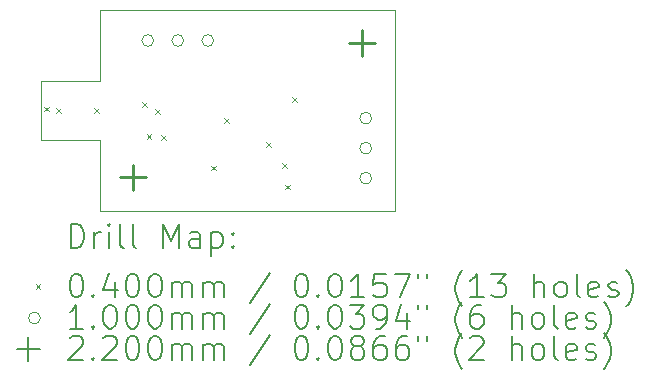
<source format=gbr>
%TF.GenerationSoftware,KiCad,Pcbnew,(6.0.8-1)-1*%
%TF.CreationDate,2022-12-20T12:21:18-06:00*%
%TF.ProjectId,HallEffectSensor,48616c6c-4566-4666-9563-7453656e736f,rev?*%
%TF.SameCoordinates,Original*%
%TF.FileFunction,Drillmap*%
%TF.FilePolarity,Positive*%
%FSLAX45Y45*%
G04 Gerber Fmt 4.5, Leading zero omitted, Abs format (unit mm)*
G04 Created by KiCad (PCBNEW (6.0.8-1)-1) date 2022-12-20 12:21:18*
%MOMM*%
%LPD*%
G01*
G04 APERTURE LIST*
%ADD10C,0.100000*%
%ADD11C,0.200000*%
%ADD12C,0.040000*%
%ADD13C,0.220000*%
G04 APERTURE END LIST*
D10*
X16070000Y-10290000D02*
X13570000Y-10290000D01*
X13570000Y-10290000D02*
X13570000Y-9690000D01*
X13070000Y-9690000D02*
X13070000Y-9190000D01*
X13570000Y-8590000D02*
X16070000Y-8590000D01*
X13070000Y-9190000D02*
X13570000Y-9190000D01*
X13570000Y-9190000D02*
X13570000Y-8590000D01*
X16070000Y-8590000D02*
X16070000Y-10290000D01*
X13570000Y-9690000D02*
X13070000Y-9690000D01*
D11*
D12*
X13100000Y-9410000D02*
X13140000Y-9450000D01*
X13140000Y-9410000D02*
X13100000Y-9450000D01*
X13200000Y-9420000D02*
X13240000Y-9460000D01*
X13240000Y-9420000D02*
X13200000Y-9460000D01*
X13520000Y-9420000D02*
X13560000Y-9460000D01*
X13560000Y-9420000D02*
X13520000Y-9460000D01*
X13930000Y-9370000D02*
X13970000Y-9410000D01*
X13970000Y-9370000D02*
X13930000Y-9410000D01*
X13965000Y-9645000D02*
X14005000Y-9685000D01*
X14005000Y-9645000D02*
X13965000Y-9685000D01*
X14040000Y-9430000D02*
X14080000Y-9470000D01*
X14080000Y-9430000D02*
X14040000Y-9470000D01*
X14090000Y-9650000D02*
X14130000Y-9690000D01*
X14130000Y-9650000D02*
X14090000Y-9690000D01*
X14510000Y-9910000D02*
X14550000Y-9950000D01*
X14550000Y-9910000D02*
X14510000Y-9950000D01*
X14620000Y-9510000D02*
X14660000Y-9550000D01*
X14660000Y-9510000D02*
X14620000Y-9550000D01*
X14980000Y-9710000D02*
X15020000Y-9750000D01*
X15020000Y-9710000D02*
X14980000Y-9750000D01*
X15110000Y-9890000D02*
X15150000Y-9930000D01*
X15150000Y-9890000D02*
X15110000Y-9930000D01*
X15140000Y-10070000D02*
X15180000Y-10110000D01*
X15180000Y-10070000D02*
X15140000Y-10110000D01*
X15200000Y-9330000D02*
X15240000Y-9370000D01*
X15240000Y-9330000D02*
X15200000Y-9370000D01*
D10*
X14024500Y-8850000D02*
G75*
G03*
X14024500Y-8850000I-50000J0D01*
G01*
X14278500Y-8850000D02*
G75*
G03*
X14278500Y-8850000I-50000J0D01*
G01*
X14532500Y-8850000D02*
G75*
G03*
X14532500Y-8850000I-50000J0D01*
G01*
X15870000Y-9507500D02*
G75*
G03*
X15870000Y-9507500I-50000J0D01*
G01*
X15870000Y-9761500D02*
G75*
G03*
X15870000Y-9761500I-50000J0D01*
G01*
X15870000Y-10015500D02*
G75*
G03*
X15870000Y-10015500I-50000J0D01*
G01*
D13*
X13850000Y-9900000D02*
X13850000Y-10120000D01*
X13740000Y-10010000D02*
X13960000Y-10010000D01*
X15790000Y-8760000D02*
X15790000Y-8980000D01*
X15680000Y-8870000D02*
X15900000Y-8870000D01*
D11*
X13322619Y-10605476D02*
X13322619Y-10405476D01*
X13370238Y-10405476D01*
X13398809Y-10415000D01*
X13417857Y-10434048D01*
X13427381Y-10453095D01*
X13436905Y-10491190D01*
X13436905Y-10519762D01*
X13427381Y-10557857D01*
X13417857Y-10576905D01*
X13398809Y-10595952D01*
X13370238Y-10605476D01*
X13322619Y-10605476D01*
X13522619Y-10605476D02*
X13522619Y-10472143D01*
X13522619Y-10510238D02*
X13532143Y-10491190D01*
X13541667Y-10481667D01*
X13560714Y-10472143D01*
X13579762Y-10472143D01*
X13646428Y-10605476D02*
X13646428Y-10472143D01*
X13646428Y-10405476D02*
X13636905Y-10415000D01*
X13646428Y-10424524D01*
X13655952Y-10415000D01*
X13646428Y-10405476D01*
X13646428Y-10424524D01*
X13770238Y-10605476D02*
X13751190Y-10595952D01*
X13741667Y-10576905D01*
X13741667Y-10405476D01*
X13875000Y-10605476D02*
X13855952Y-10595952D01*
X13846428Y-10576905D01*
X13846428Y-10405476D01*
X14103571Y-10605476D02*
X14103571Y-10405476D01*
X14170238Y-10548333D01*
X14236905Y-10405476D01*
X14236905Y-10605476D01*
X14417857Y-10605476D02*
X14417857Y-10500714D01*
X14408333Y-10481667D01*
X14389286Y-10472143D01*
X14351190Y-10472143D01*
X14332143Y-10481667D01*
X14417857Y-10595952D02*
X14398809Y-10605476D01*
X14351190Y-10605476D01*
X14332143Y-10595952D01*
X14322619Y-10576905D01*
X14322619Y-10557857D01*
X14332143Y-10538810D01*
X14351190Y-10529286D01*
X14398809Y-10529286D01*
X14417857Y-10519762D01*
X14513095Y-10472143D02*
X14513095Y-10672143D01*
X14513095Y-10481667D02*
X14532143Y-10472143D01*
X14570238Y-10472143D01*
X14589286Y-10481667D01*
X14598809Y-10491190D01*
X14608333Y-10510238D01*
X14608333Y-10567381D01*
X14598809Y-10586429D01*
X14589286Y-10595952D01*
X14570238Y-10605476D01*
X14532143Y-10605476D01*
X14513095Y-10595952D01*
X14694048Y-10586429D02*
X14703571Y-10595952D01*
X14694048Y-10605476D01*
X14684524Y-10595952D01*
X14694048Y-10586429D01*
X14694048Y-10605476D01*
X14694048Y-10481667D02*
X14703571Y-10491190D01*
X14694048Y-10500714D01*
X14684524Y-10491190D01*
X14694048Y-10481667D01*
X14694048Y-10500714D01*
D12*
X13025000Y-10915000D02*
X13065000Y-10955000D01*
X13065000Y-10915000D02*
X13025000Y-10955000D01*
D11*
X13360714Y-10825476D02*
X13379762Y-10825476D01*
X13398809Y-10835000D01*
X13408333Y-10844524D01*
X13417857Y-10863571D01*
X13427381Y-10901667D01*
X13427381Y-10949286D01*
X13417857Y-10987381D01*
X13408333Y-11006429D01*
X13398809Y-11015952D01*
X13379762Y-11025476D01*
X13360714Y-11025476D01*
X13341667Y-11015952D01*
X13332143Y-11006429D01*
X13322619Y-10987381D01*
X13313095Y-10949286D01*
X13313095Y-10901667D01*
X13322619Y-10863571D01*
X13332143Y-10844524D01*
X13341667Y-10835000D01*
X13360714Y-10825476D01*
X13513095Y-11006429D02*
X13522619Y-11015952D01*
X13513095Y-11025476D01*
X13503571Y-11015952D01*
X13513095Y-11006429D01*
X13513095Y-11025476D01*
X13694048Y-10892143D02*
X13694048Y-11025476D01*
X13646428Y-10815952D02*
X13598809Y-10958810D01*
X13722619Y-10958810D01*
X13836905Y-10825476D02*
X13855952Y-10825476D01*
X13875000Y-10835000D01*
X13884524Y-10844524D01*
X13894048Y-10863571D01*
X13903571Y-10901667D01*
X13903571Y-10949286D01*
X13894048Y-10987381D01*
X13884524Y-11006429D01*
X13875000Y-11015952D01*
X13855952Y-11025476D01*
X13836905Y-11025476D01*
X13817857Y-11015952D01*
X13808333Y-11006429D01*
X13798809Y-10987381D01*
X13789286Y-10949286D01*
X13789286Y-10901667D01*
X13798809Y-10863571D01*
X13808333Y-10844524D01*
X13817857Y-10835000D01*
X13836905Y-10825476D01*
X14027381Y-10825476D02*
X14046428Y-10825476D01*
X14065476Y-10835000D01*
X14075000Y-10844524D01*
X14084524Y-10863571D01*
X14094048Y-10901667D01*
X14094048Y-10949286D01*
X14084524Y-10987381D01*
X14075000Y-11006429D01*
X14065476Y-11015952D01*
X14046428Y-11025476D01*
X14027381Y-11025476D01*
X14008333Y-11015952D01*
X13998809Y-11006429D01*
X13989286Y-10987381D01*
X13979762Y-10949286D01*
X13979762Y-10901667D01*
X13989286Y-10863571D01*
X13998809Y-10844524D01*
X14008333Y-10835000D01*
X14027381Y-10825476D01*
X14179762Y-11025476D02*
X14179762Y-10892143D01*
X14179762Y-10911190D02*
X14189286Y-10901667D01*
X14208333Y-10892143D01*
X14236905Y-10892143D01*
X14255952Y-10901667D01*
X14265476Y-10920714D01*
X14265476Y-11025476D01*
X14265476Y-10920714D02*
X14275000Y-10901667D01*
X14294048Y-10892143D01*
X14322619Y-10892143D01*
X14341667Y-10901667D01*
X14351190Y-10920714D01*
X14351190Y-11025476D01*
X14446428Y-11025476D02*
X14446428Y-10892143D01*
X14446428Y-10911190D02*
X14455952Y-10901667D01*
X14475000Y-10892143D01*
X14503571Y-10892143D01*
X14522619Y-10901667D01*
X14532143Y-10920714D01*
X14532143Y-11025476D01*
X14532143Y-10920714D02*
X14541667Y-10901667D01*
X14560714Y-10892143D01*
X14589286Y-10892143D01*
X14608333Y-10901667D01*
X14617857Y-10920714D01*
X14617857Y-11025476D01*
X15008333Y-10815952D02*
X14836905Y-11073095D01*
X15265476Y-10825476D02*
X15284524Y-10825476D01*
X15303571Y-10835000D01*
X15313095Y-10844524D01*
X15322619Y-10863571D01*
X15332143Y-10901667D01*
X15332143Y-10949286D01*
X15322619Y-10987381D01*
X15313095Y-11006429D01*
X15303571Y-11015952D01*
X15284524Y-11025476D01*
X15265476Y-11025476D01*
X15246428Y-11015952D01*
X15236905Y-11006429D01*
X15227381Y-10987381D01*
X15217857Y-10949286D01*
X15217857Y-10901667D01*
X15227381Y-10863571D01*
X15236905Y-10844524D01*
X15246428Y-10835000D01*
X15265476Y-10825476D01*
X15417857Y-11006429D02*
X15427381Y-11015952D01*
X15417857Y-11025476D01*
X15408333Y-11015952D01*
X15417857Y-11006429D01*
X15417857Y-11025476D01*
X15551190Y-10825476D02*
X15570238Y-10825476D01*
X15589286Y-10835000D01*
X15598809Y-10844524D01*
X15608333Y-10863571D01*
X15617857Y-10901667D01*
X15617857Y-10949286D01*
X15608333Y-10987381D01*
X15598809Y-11006429D01*
X15589286Y-11015952D01*
X15570238Y-11025476D01*
X15551190Y-11025476D01*
X15532143Y-11015952D01*
X15522619Y-11006429D01*
X15513095Y-10987381D01*
X15503571Y-10949286D01*
X15503571Y-10901667D01*
X15513095Y-10863571D01*
X15522619Y-10844524D01*
X15532143Y-10835000D01*
X15551190Y-10825476D01*
X15808333Y-11025476D02*
X15694048Y-11025476D01*
X15751190Y-11025476D02*
X15751190Y-10825476D01*
X15732143Y-10854048D01*
X15713095Y-10873095D01*
X15694048Y-10882619D01*
X15989286Y-10825476D02*
X15894048Y-10825476D01*
X15884524Y-10920714D01*
X15894048Y-10911190D01*
X15913095Y-10901667D01*
X15960714Y-10901667D01*
X15979762Y-10911190D01*
X15989286Y-10920714D01*
X15998809Y-10939762D01*
X15998809Y-10987381D01*
X15989286Y-11006429D01*
X15979762Y-11015952D01*
X15960714Y-11025476D01*
X15913095Y-11025476D01*
X15894048Y-11015952D01*
X15884524Y-11006429D01*
X16065476Y-10825476D02*
X16198809Y-10825476D01*
X16113095Y-11025476D01*
X16265476Y-10825476D02*
X16265476Y-10863571D01*
X16341667Y-10825476D02*
X16341667Y-10863571D01*
X16636905Y-11101667D02*
X16627381Y-11092143D01*
X16608333Y-11063571D01*
X16598809Y-11044524D01*
X16589286Y-11015952D01*
X16579762Y-10968333D01*
X16579762Y-10930238D01*
X16589286Y-10882619D01*
X16598809Y-10854048D01*
X16608333Y-10835000D01*
X16627381Y-10806429D01*
X16636905Y-10796905D01*
X16817857Y-11025476D02*
X16703571Y-11025476D01*
X16760714Y-11025476D02*
X16760714Y-10825476D01*
X16741667Y-10854048D01*
X16722619Y-10873095D01*
X16703571Y-10882619D01*
X16884524Y-10825476D02*
X17008333Y-10825476D01*
X16941667Y-10901667D01*
X16970238Y-10901667D01*
X16989286Y-10911190D01*
X16998810Y-10920714D01*
X17008333Y-10939762D01*
X17008333Y-10987381D01*
X16998810Y-11006429D01*
X16989286Y-11015952D01*
X16970238Y-11025476D01*
X16913095Y-11025476D01*
X16894048Y-11015952D01*
X16884524Y-11006429D01*
X17246429Y-11025476D02*
X17246429Y-10825476D01*
X17332143Y-11025476D02*
X17332143Y-10920714D01*
X17322619Y-10901667D01*
X17303571Y-10892143D01*
X17275000Y-10892143D01*
X17255952Y-10901667D01*
X17246429Y-10911190D01*
X17455952Y-11025476D02*
X17436905Y-11015952D01*
X17427381Y-11006429D01*
X17417857Y-10987381D01*
X17417857Y-10930238D01*
X17427381Y-10911190D01*
X17436905Y-10901667D01*
X17455952Y-10892143D01*
X17484524Y-10892143D01*
X17503571Y-10901667D01*
X17513095Y-10911190D01*
X17522619Y-10930238D01*
X17522619Y-10987381D01*
X17513095Y-11006429D01*
X17503571Y-11015952D01*
X17484524Y-11025476D01*
X17455952Y-11025476D01*
X17636905Y-11025476D02*
X17617857Y-11015952D01*
X17608333Y-10996905D01*
X17608333Y-10825476D01*
X17789286Y-11015952D02*
X17770238Y-11025476D01*
X17732143Y-11025476D01*
X17713095Y-11015952D01*
X17703571Y-10996905D01*
X17703571Y-10920714D01*
X17713095Y-10901667D01*
X17732143Y-10892143D01*
X17770238Y-10892143D01*
X17789286Y-10901667D01*
X17798810Y-10920714D01*
X17798810Y-10939762D01*
X17703571Y-10958810D01*
X17875000Y-11015952D02*
X17894048Y-11025476D01*
X17932143Y-11025476D01*
X17951190Y-11015952D01*
X17960714Y-10996905D01*
X17960714Y-10987381D01*
X17951190Y-10968333D01*
X17932143Y-10958810D01*
X17903571Y-10958810D01*
X17884524Y-10949286D01*
X17875000Y-10930238D01*
X17875000Y-10920714D01*
X17884524Y-10901667D01*
X17903571Y-10892143D01*
X17932143Y-10892143D01*
X17951190Y-10901667D01*
X18027381Y-11101667D02*
X18036905Y-11092143D01*
X18055952Y-11063571D01*
X18065476Y-11044524D01*
X18075000Y-11015952D01*
X18084524Y-10968333D01*
X18084524Y-10930238D01*
X18075000Y-10882619D01*
X18065476Y-10854048D01*
X18055952Y-10835000D01*
X18036905Y-10806429D01*
X18027381Y-10796905D01*
D10*
X13065000Y-11199000D02*
G75*
G03*
X13065000Y-11199000I-50000J0D01*
G01*
D11*
X13427381Y-11289476D02*
X13313095Y-11289476D01*
X13370238Y-11289476D02*
X13370238Y-11089476D01*
X13351190Y-11118048D01*
X13332143Y-11137095D01*
X13313095Y-11146619D01*
X13513095Y-11270428D02*
X13522619Y-11279952D01*
X13513095Y-11289476D01*
X13503571Y-11279952D01*
X13513095Y-11270428D01*
X13513095Y-11289476D01*
X13646428Y-11089476D02*
X13665476Y-11089476D01*
X13684524Y-11099000D01*
X13694048Y-11108524D01*
X13703571Y-11127571D01*
X13713095Y-11165667D01*
X13713095Y-11213286D01*
X13703571Y-11251381D01*
X13694048Y-11270428D01*
X13684524Y-11279952D01*
X13665476Y-11289476D01*
X13646428Y-11289476D01*
X13627381Y-11279952D01*
X13617857Y-11270428D01*
X13608333Y-11251381D01*
X13598809Y-11213286D01*
X13598809Y-11165667D01*
X13608333Y-11127571D01*
X13617857Y-11108524D01*
X13627381Y-11099000D01*
X13646428Y-11089476D01*
X13836905Y-11089476D02*
X13855952Y-11089476D01*
X13875000Y-11099000D01*
X13884524Y-11108524D01*
X13894048Y-11127571D01*
X13903571Y-11165667D01*
X13903571Y-11213286D01*
X13894048Y-11251381D01*
X13884524Y-11270428D01*
X13875000Y-11279952D01*
X13855952Y-11289476D01*
X13836905Y-11289476D01*
X13817857Y-11279952D01*
X13808333Y-11270428D01*
X13798809Y-11251381D01*
X13789286Y-11213286D01*
X13789286Y-11165667D01*
X13798809Y-11127571D01*
X13808333Y-11108524D01*
X13817857Y-11099000D01*
X13836905Y-11089476D01*
X14027381Y-11089476D02*
X14046428Y-11089476D01*
X14065476Y-11099000D01*
X14075000Y-11108524D01*
X14084524Y-11127571D01*
X14094048Y-11165667D01*
X14094048Y-11213286D01*
X14084524Y-11251381D01*
X14075000Y-11270428D01*
X14065476Y-11279952D01*
X14046428Y-11289476D01*
X14027381Y-11289476D01*
X14008333Y-11279952D01*
X13998809Y-11270428D01*
X13989286Y-11251381D01*
X13979762Y-11213286D01*
X13979762Y-11165667D01*
X13989286Y-11127571D01*
X13998809Y-11108524D01*
X14008333Y-11099000D01*
X14027381Y-11089476D01*
X14179762Y-11289476D02*
X14179762Y-11156143D01*
X14179762Y-11175190D02*
X14189286Y-11165667D01*
X14208333Y-11156143D01*
X14236905Y-11156143D01*
X14255952Y-11165667D01*
X14265476Y-11184714D01*
X14265476Y-11289476D01*
X14265476Y-11184714D02*
X14275000Y-11165667D01*
X14294048Y-11156143D01*
X14322619Y-11156143D01*
X14341667Y-11165667D01*
X14351190Y-11184714D01*
X14351190Y-11289476D01*
X14446428Y-11289476D02*
X14446428Y-11156143D01*
X14446428Y-11175190D02*
X14455952Y-11165667D01*
X14475000Y-11156143D01*
X14503571Y-11156143D01*
X14522619Y-11165667D01*
X14532143Y-11184714D01*
X14532143Y-11289476D01*
X14532143Y-11184714D02*
X14541667Y-11165667D01*
X14560714Y-11156143D01*
X14589286Y-11156143D01*
X14608333Y-11165667D01*
X14617857Y-11184714D01*
X14617857Y-11289476D01*
X15008333Y-11079952D02*
X14836905Y-11337095D01*
X15265476Y-11089476D02*
X15284524Y-11089476D01*
X15303571Y-11099000D01*
X15313095Y-11108524D01*
X15322619Y-11127571D01*
X15332143Y-11165667D01*
X15332143Y-11213286D01*
X15322619Y-11251381D01*
X15313095Y-11270428D01*
X15303571Y-11279952D01*
X15284524Y-11289476D01*
X15265476Y-11289476D01*
X15246428Y-11279952D01*
X15236905Y-11270428D01*
X15227381Y-11251381D01*
X15217857Y-11213286D01*
X15217857Y-11165667D01*
X15227381Y-11127571D01*
X15236905Y-11108524D01*
X15246428Y-11099000D01*
X15265476Y-11089476D01*
X15417857Y-11270428D02*
X15427381Y-11279952D01*
X15417857Y-11289476D01*
X15408333Y-11279952D01*
X15417857Y-11270428D01*
X15417857Y-11289476D01*
X15551190Y-11089476D02*
X15570238Y-11089476D01*
X15589286Y-11099000D01*
X15598809Y-11108524D01*
X15608333Y-11127571D01*
X15617857Y-11165667D01*
X15617857Y-11213286D01*
X15608333Y-11251381D01*
X15598809Y-11270428D01*
X15589286Y-11279952D01*
X15570238Y-11289476D01*
X15551190Y-11289476D01*
X15532143Y-11279952D01*
X15522619Y-11270428D01*
X15513095Y-11251381D01*
X15503571Y-11213286D01*
X15503571Y-11165667D01*
X15513095Y-11127571D01*
X15522619Y-11108524D01*
X15532143Y-11099000D01*
X15551190Y-11089476D01*
X15684524Y-11089476D02*
X15808333Y-11089476D01*
X15741667Y-11165667D01*
X15770238Y-11165667D01*
X15789286Y-11175190D01*
X15798809Y-11184714D01*
X15808333Y-11203762D01*
X15808333Y-11251381D01*
X15798809Y-11270428D01*
X15789286Y-11279952D01*
X15770238Y-11289476D01*
X15713095Y-11289476D01*
X15694048Y-11279952D01*
X15684524Y-11270428D01*
X15903571Y-11289476D02*
X15941667Y-11289476D01*
X15960714Y-11279952D01*
X15970238Y-11270428D01*
X15989286Y-11241857D01*
X15998809Y-11203762D01*
X15998809Y-11127571D01*
X15989286Y-11108524D01*
X15979762Y-11099000D01*
X15960714Y-11089476D01*
X15922619Y-11089476D01*
X15903571Y-11099000D01*
X15894048Y-11108524D01*
X15884524Y-11127571D01*
X15884524Y-11175190D01*
X15894048Y-11194238D01*
X15903571Y-11203762D01*
X15922619Y-11213286D01*
X15960714Y-11213286D01*
X15979762Y-11203762D01*
X15989286Y-11194238D01*
X15998809Y-11175190D01*
X16170238Y-11156143D02*
X16170238Y-11289476D01*
X16122619Y-11079952D02*
X16075000Y-11222809D01*
X16198809Y-11222809D01*
X16265476Y-11089476D02*
X16265476Y-11127571D01*
X16341667Y-11089476D02*
X16341667Y-11127571D01*
X16636905Y-11365667D02*
X16627381Y-11356143D01*
X16608333Y-11327571D01*
X16598809Y-11308524D01*
X16589286Y-11279952D01*
X16579762Y-11232333D01*
X16579762Y-11194238D01*
X16589286Y-11146619D01*
X16598809Y-11118048D01*
X16608333Y-11099000D01*
X16627381Y-11070429D01*
X16636905Y-11060905D01*
X16798810Y-11089476D02*
X16760714Y-11089476D01*
X16741667Y-11099000D01*
X16732143Y-11108524D01*
X16713095Y-11137095D01*
X16703571Y-11175190D01*
X16703571Y-11251381D01*
X16713095Y-11270428D01*
X16722619Y-11279952D01*
X16741667Y-11289476D01*
X16779762Y-11289476D01*
X16798810Y-11279952D01*
X16808333Y-11270428D01*
X16817857Y-11251381D01*
X16817857Y-11203762D01*
X16808333Y-11184714D01*
X16798810Y-11175190D01*
X16779762Y-11165667D01*
X16741667Y-11165667D01*
X16722619Y-11175190D01*
X16713095Y-11184714D01*
X16703571Y-11203762D01*
X17055952Y-11289476D02*
X17055952Y-11089476D01*
X17141667Y-11289476D02*
X17141667Y-11184714D01*
X17132143Y-11165667D01*
X17113095Y-11156143D01*
X17084524Y-11156143D01*
X17065476Y-11165667D01*
X17055952Y-11175190D01*
X17265476Y-11289476D02*
X17246429Y-11279952D01*
X17236905Y-11270428D01*
X17227381Y-11251381D01*
X17227381Y-11194238D01*
X17236905Y-11175190D01*
X17246429Y-11165667D01*
X17265476Y-11156143D01*
X17294048Y-11156143D01*
X17313095Y-11165667D01*
X17322619Y-11175190D01*
X17332143Y-11194238D01*
X17332143Y-11251381D01*
X17322619Y-11270428D01*
X17313095Y-11279952D01*
X17294048Y-11289476D01*
X17265476Y-11289476D01*
X17446429Y-11289476D02*
X17427381Y-11279952D01*
X17417857Y-11260905D01*
X17417857Y-11089476D01*
X17598810Y-11279952D02*
X17579762Y-11289476D01*
X17541667Y-11289476D01*
X17522619Y-11279952D01*
X17513095Y-11260905D01*
X17513095Y-11184714D01*
X17522619Y-11165667D01*
X17541667Y-11156143D01*
X17579762Y-11156143D01*
X17598810Y-11165667D01*
X17608333Y-11184714D01*
X17608333Y-11203762D01*
X17513095Y-11222809D01*
X17684524Y-11279952D02*
X17703571Y-11289476D01*
X17741667Y-11289476D01*
X17760714Y-11279952D01*
X17770238Y-11260905D01*
X17770238Y-11251381D01*
X17760714Y-11232333D01*
X17741667Y-11222809D01*
X17713095Y-11222809D01*
X17694048Y-11213286D01*
X17684524Y-11194238D01*
X17684524Y-11184714D01*
X17694048Y-11165667D01*
X17713095Y-11156143D01*
X17741667Y-11156143D01*
X17760714Y-11165667D01*
X17836905Y-11365667D02*
X17846429Y-11356143D01*
X17865476Y-11327571D01*
X17875000Y-11308524D01*
X17884524Y-11279952D01*
X17894048Y-11232333D01*
X17894048Y-11194238D01*
X17884524Y-11146619D01*
X17875000Y-11118048D01*
X17865476Y-11099000D01*
X17846429Y-11070429D01*
X17836905Y-11060905D01*
X12965000Y-11363000D02*
X12965000Y-11563000D01*
X12865000Y-11463000D02*
X13065000Y-11463000D01*
X13313095Y-11372524D02*
X13322619Y-11363000D01*
X13341667Y-11353476D01*
X13389286Y-11353476D01*
X13408333Y-11363000D01*
X13417857Y-11372524D01*
X13427381Y-11391571D01*
X13427381Y-11410619D01*
X13417857Y-11439190D01*
X13303571Y-11553476D01*
X13427381Y-11553476D01*
X13513095Y-11534428D02*
X13522619Y-11543952D01*
X13513095Y-11553476D01*
X13503571Y-11543952D01*
X13513095Y-11534428D01*
X13513095Y-11553476D01*
X13598809Y-11372524D02*
X13608333Y-11363000D01*
X13627381Y-11353476D01*
X13675000Y-11353476D01*
X13694048Y-11363000D01*
X13703571Y-11372524D01*
X13713095Y-11391571D01*
X13713095Y-11410619D01*
X13703571Y-11439190D01*
X13589286Y-11553476D01*
X13713095Y-11553476D01*
X13836905Y-11353476D02*
X13855952Y-11353476D01*
X13875000Y-11363000D01*
X13884524Y-11372524D01*
X13894048Y-11391571D01*
X13903571Y-11429667D01*
X13903571Y-11477286D01*
X13894048Y-11515381D01*
X13884524Y-11534428D01*
X13875000Y-11543952D01*
X13855952Y-11553476D01*
X13836905Y-11553476D01*
X13817857Y-11543952D01*
X13808333Y-11534428D01*
X13798809Y-11515381D01*
X13789286Y-11477286D01*
X13789286Y-11429667D01*
X13798809Y-11391571D01*
X13808333Y-11372524D01*
X13817857Y-11363000D01*
X13836905Y-11353476D01*
X14027381Y-11353476D02*
X14046428Y-11353476D01*
X14065476Y-11363000D01*
X14075000Y-11372524D01*
X14084524Y-11391571D01*
X14094048Y-11429667D01*
X14094048Y-11477286D01*
X14084524Y-11515381D01*
X14075000Y-11534428D01*
X14065476Y-11543952D01*
X14046428Y-11553476D01*
X14027381Y-11553476D01*
X14008333Y-11543952D01*
X13998809Y-11534428D01*
X13989286Y-11515381D01*
X13979762Y-11477286D01*
X13979762Y-11429667D01*
X13989286Y-11391571D01*
X13998809Y-11372524D01*
X14008333Y-11363000D01*
X14027381Y-11353476D01*
X14179762Y-11553476D02*
X14179762Y-11420143D01*
X14179762Y-11439190D02*
X14189286Y-11429667D01*
X14208333Y-11420143D01*
X14236905Y-11420143D01*
X14255952Y-11429667D01*
X14265476Y-11448714D01*
X14265476Y-11553476D01*
X14265476Y-11448714D02*
X14275000Y-11429667D01*
X14294048Y-11420143D01*
X14322619Y-11420143D01*
X14341667Y-11429667D01*
X14351190Y-11448714D01*
X14351190Y-11553476D01*
X14446428Y-11553476D02*
X14446428Y-11420143D01*
X14446428Y-11439190D02*
X14455952Y-11429667D01*
X14475000Y-11420143D01*
X14503571Y-11420143D01*
X14522619Y-11429667D01*
X14532143Y-11448714D01*
X14532143Y-11553476D01*
X14532143Y-11448714D02*
X14541667Y-11429667D01*
X14560714Y-11420143D01*
X14589286Y-11420143D01*
X14608333Y-11429667D01*
X14617857Y-11448714D01*
X14617857Y-11553476D01*
X15008333Y-11343952D02*
X14836905Y-11601095D01*
X15265476Y-11353476D02*
X15284524Y-11353476D01*
X15303571Y-11363000D01*
X15313095Y-11372524D01*
X15322619Y-11391571D01*
X15332143Y-11429667D01*
X15332143Y-11477286D01*
X15322619Y-11515381D01*
X15313095Y-11534428D01*
X15303571Y-11543952D01*
X15284524Y-11553476D01*
X15265476Y-11553476D01*
X15246428Y-11543952D01*
X15236905Y-11534428D01*
X15227381Y-11515381D01*
X15217857Y-11477286D01*
X15217857Y-11429667D01*
X15227381Y-11391571D01*
X15236905Y-11372524D01*
X15246428Y-11363000D01*
X15265476Y-11353476D01*
X15417857Y-11534428D02*
X15427381Y-11543952D01*
X15417857Y-11553476D01*
X15408333Y-11543952D01*
X15417857Y-11534428D01*
X15417857Y-11553476D01*
X15551190Y-11353476D02*
X15570238Y-11353476D01*
X15589286Y-11363000D01*
X15598809Y-11372524D01*
X15608333Y-11391571D01*
X15617857Y-11429667D01*
X15617857Y-11477286D01*
X15608333Y-11515381D01*
X15598809Y-11534428D01*
X15589286Y-11543952D01*
X15570238Y-11553476D01*
X15551190Y-11553476D01*
X15532143Y-11543952D01*
X15522619Y-11534428D01*
X15513095Y-11515381D01*
X15503571Y-11477286D01*
X15503571Y-11429667D01*
X15513095Y-11391571D01*
X15522619Y-11372524D01*
X15532143Y-11363000D01*
X15551190Y-11353476D01*
X15732143Y-11439190D02*
X15713095Y-11429667D01*
X15703571Y-11420143D01*
X15694048Y-11401095D01*
X15694048Y-11391571D01*
X15703571Y-11372524D01*
X15713095Y-11363000D01*
X15732143Y-11353476D01*
X15770238Y-11353476D01*
X15789286Y-11363000D01*
X15798809Y-11372524D01*
X15808333Y-11391571D01*
X15808333Y-11401095D01*
X15798809Y-11420143D01*
X15789286Y-11429667D01*
X15770238Y-11439190D01*
X15732143Y-11439190D01*
X15713095Y-11448714D01*
X15703571Y-11458238D01*
X15694048Y-11477286D01*
X15694048Y-11515381D01*
X15703571Y-11534428D01*
X15713095Y-11543952D01*
X15732143Y-11553476D01*
X15770238Y-11553476D01*
X15789286Y-11543952D01*
X15798809Y-11534428D01*
X15808333Y-11515381D01*
X15808333Y-11477286D01*
X15798809Y-11458238D01*
X15789286Y-11448714D01*
X15770238Y-11439190D01*
X15979762Y-11353476D02*
X15941667Y-11353476D01*
X15922619Y-11363000D01*
X15913095Y-11372524D01*
X15894048Y-11401095D01*
X15884524Y-11439190D01*
X15884524Y-11515381D01*
X15894048Y-11534428D01*
X15903571Y-11543952D01*
X15922619Y-11553476D01*
X15960714Y-11553476D01*
X15979762Y-11543952D01*
X15989286Y-11534428D01*
X15998809Y-11515381D01*
X15998809Y-11467762D01*
X15989286Y-11448714D01*
X15979762Y-11439190D01*
X15960714Y-11429667D01*
X15922619Y-11429667D01*
X15903571Y-11439190D01*
X15894048Y-11448714D01*
X15884524Y-11467762D01*
X16170238Y-11353476D02*
X16132143Y-11353476D01*
X16113095Y-11363000D01*
X16103571Y-11372524D01*
X16084524Y-11401095D01*
X16075000Y-11439190D01*
X16075000Y-11515381D01*
X16084524Y-11534428D01*
X16094048Y-11543952D01*
X16113095Y-11553476D01*
X16151190Y-11553476D01*
X16170238Y-11543952D01*
X16179762Y-11534428D01*
X16189286Y-11515381D01*
X16189286Y-11467762D01*
X16179762Y-11448714D01*
X16170238Y-11439190D01*
X16151190Y-11429667D01*
X16113095Y-11429667D01*
X16094048Y-11439190D01*
X16084524Y-11448714D01*
X16075000Y-11467762D01*
X16265476Y-11353476D02*
X16265476Y-11391571D01*
X16341667Y-11353476D02*
X16341667Y-11391571D01*
X16636905Y-11629667D02*
X16627381Y-11620143D01*
X16608333Y-11591571D01*
X16598809Y-11572524D01*
X16589286Y-11543952D01*
X16579762Y-11496333D01*
X16579762Y-11458238D01*
X16589286Y-11410619D01*
X16598809Y-11382048D01*
X16608333Y-11363000D01*
X16627381Y-11334428D01*
X16636905Y-11324905D01*
X16703571Y-11372524D02*
X16713095Y-11363000D01*
X16732143Y-11353476D01*
X16779762Y-11353476D01*
X16798810Y-11363000D01*
X16808333Y-11372524D01*
X16817857Y-11391571D01*
X16817857Y-11410619D01*
X16808333Y-11439190D01*
X16694048Y-11553476D01*
X16817857Y-11553476D01*
X17055952Y-11553476D02*
X17055952Y-11353476D01*
X17141667Y-11553476D02*
X17141667Y-11448714D01*
X17132143Y-11429667D01*
X17113095Y-11420143D01*
X17084524Y-11420143D01*
X17065476Y-11429667D01*
X17055952Y-11439190D01*
X17265476Y-11553476D02*
X17246429Y-11543952D01*
X17236905Y-11534428D01*
X17227381Y-11515381D01*
X17227381Y-11458238D01*
X17236905Y-11439190D01*
X17246429Y-11429667D01*
X17265476Y-11420143D01*
X17294048Y-11420143D01*
X17313095Y-11429667D01*
X17322619Y-11439190D01*
X17332143Y-11458238D01*
X17332143Y-11515381D01*
X17322619Y-11534428D01*
X17313095Y-11543952D01*
X17294048Y-11553476D01*
X17265476Y-11553476D01*
X17446429Y-11553476D02*
X17427381Y-11543952D01*
X17417857Y-11524905D01*
X17417857Y-11353476D01*
X17598810Y-11543952D02*
X17579762Y-11553476D01*
X17541667Y-11553476D01*
X17522619Y-11543952D01*
X17513095Y-11524905D01*
X17513095Y-11448714D01*
X17522619Y-11429667D01*
X17541667Y-11420143D01*
X17579762Y-11420143D01*
X17598810Y-11429667D01*
X17608333Y-11448714D01*
X17608333Y-11467762D01*
X17513095Y-11486809D01*
X17684524Y-11543952D02*
X17703571Y-11553476D01*
X17741667Y-11553476D01*
X17760714Y-11543952D01*
X17770238Y-11524905D01*
X17770238Y-11515381D01*
X17760714Y-11496333D01*
X17741667Y-11486809D01*
X17713095Y-11486809D01*
X17694048Y-11477286D01*
X17684524Y-11458238D01*
X17684524Y-11448714D01*
X17694048Y-11429667D01*
X17713095Y-11420143D01*
X17741667Y-11420143D01*
X17760714Y-11429667D01*
X17836905Y-11629667D02*
X17846429Y-11620143D01*
X17865476Y-11591571D01*
X17875000Y-11572524D01*
X17884524Y-11543952D01*
X17894048Y-11496333D01*
X17894048Y-11458238D01*
X17884524Y-11410619D01*
X17875000Y-11382048D01*
X17865476Y-11363000D01*
X17846429Y-11334428D01*
X17836905Y-11324905D01*
M02*

</source>
